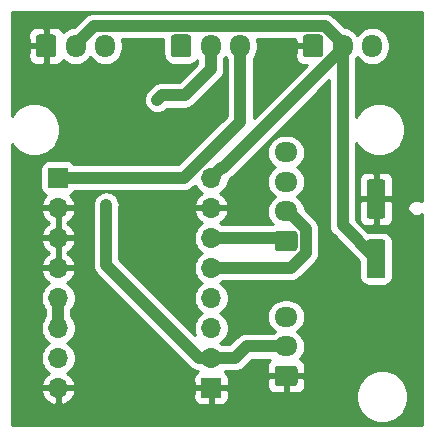
<source format=gbr>
G04 #@! TF.GenerationSoftware,KiCad,Pcbnew,(5.1.12)-1*
G04 #@! TF.CreationDate,2021-12-28T16:54:34-05:00*
G04 #@! TF.ProjectId,FlipDisplay-Motor,466c6970-4469-4737-906c-61792d4d6f74,rev?*
G04 #@! TF.SameCoordinates,Original*
G04 #@! TF.FileFunction,Copper,L1,Top*
G04 #@! TF.FilePolarity,Positive*
%FSLAX46Y46*%
G04 Gerber Fmt 4.6, Leading zero omitted, Abs format (unit mm)*
G04 Created by KiCad (PCBNEW (5.1.12)-1) date 2021-12-28 16:54:34*
%MOMM*%
%LPD*%
G01*
G04 APERTURE LIST*
G04 #@! TA.AperFunction,ComponentPad*
%ADD10O,1.700000X1.950000*%
G04 #@! TD*
G04 #@! TA.AperFunction,ComponentPad*
%ADD11O,1.700000X1.700000*%
G04 #@! TD*
G04 #@! TA.AperFunction,ComponentPad*
%ADD12R,1.700000X1.700000*%
G04 #@! TD*
G04 #@! TA.AperFunction,ComponentPad*
%ADD13O,1.950000X1.700000*%
G04 #@! TD*
G04 #@! TA.AperFunction,ViaPad*
%ADD14C,0.800000*%
G04 #@! TD*
G04 #@! TA.AperFunction,Conductor*
%ADD15C,1.000000*%
G04 #@! TD*
G04 #@! TA.AperFunction,Conductor*
%ADD16C,0.254000*%
G04 #@! TD*
G04 #@! TA.AperFunction,Conductor*
%ADD17C,0.100000*%
G04 #@! TD*
G04 APERTURE END LIST*
G04 #@! TA.AperFunction,SMDPad,CuDef*
G36*
G01*
X160570000Y-82437000D02*
X159470000Y-82437000D01*
G75*
G02*
X159220000Y-82187000I0J250000D01*
G01*
X159220000Y-79362000D01*
G75*
G02*
X159470000Y-79112000I250000J0D01*
G01*
X160570000Y-79112000D01*
G75*
G02*
X160820000Y-79362000I0J-250000D01*
G01*
X160820000Y-82187000D01*
G75*
G02*
X160570000Y-82437000I-250000J0D01*
G01*
G37*
G04 #@! TD.AperFunction*
G04 #@! TA.AperFunction,SMDPad,CuDef*
G36*
G01*
X160570000Y-87512000D02*
X159470000Y-87512000D01*
G75*
G02*
X159220000Y-87262000I0J250000D01*
G01*
X159220000Y-84437000D01*
G75*
G02*
X159470000Y-84187000I250000J0D01*
G01*
X160570000Y-84187000D01*
G75*
G02*
X160820000Y-84437000I0J-250000D01*
G01*
X160820000Y-87262000D01*
G75*
G02*
X160570000Y-87512000I-250000J0D01*
G01*
G37*
G04 #@! TD.AperFunction*
D10*
X148510000Y-67818000D03*
X146010000Y-67818000D03*
G04 #@! TA.AperFunction,ComponentPad*
G36*
G01*
X142660000Y-68543000D02*
X142660000Y-67093000D01*
G75*
G02*
X142910000Y-66843000I250000J0D01*
G01*
X144110000Y-66843000D01*
G75*
G02*
X144360000Y-67093000I0J-250000D01*
G01*
X144360000Y-68543000D01*
G75*
G02*
X144110000Y-68793000I-250000J0D01*
G01*
X142910000Y-68793000D01*
G75*
G02*
X142660000Y-68543000I0J250000D01*
G01*
G37*
G04 #@! TD.AperFunction*
X159686000Y-67818000D03*
X157186000Y-67818000D03*
G04 #@! TA.AperFunction,ComponentPad*
G36*
G01*
X153836000Y-68543000D02*
X153836000Y-67093000D01*
G75*
G02*
X154086000Y-66843000I250000J0D01*
G01*
X155286000Y-66843000D01*
G75*
G02*
X155536000Y-67093000I0J-250000D01*
G01*
X155536000Y-68543000D01*
G75*
G02*
X155286000Y-68793000I-250000J0D01*
G01*
X154086000Y-68793000D01*
G75*
G02*
X153836000Y-68543000I0J250000D01*
G01*
G37*
G04 #@! TD.AperFunction*
X137080000Y-67818000D03*
X134580000Y-67818000D03*
G04 #@! TA.AperFunction,ComponentPad*
G36*
G01*
X131230000Y-68543000D02*
X131230000Y-67093000D01*
G75*
G02*
X131480000Y-66843000I250000J0D01*
G01*
X132680000Y-66843000D01*
G75*
G02*
X132930000Y-67093000I0J-250000D01*
G01*
X132930000Y-68543000D01*
G75*
G02*
X132680000Y-68793000I-250000J0D01*
G01*
X131480000Y-68793000D01*
G75*
G02*
X131230000Y-68543000I0J250000D01*
G01*
G37*
G04 #@! TD.AperFunction*
D11*
X146050000Y-78994000D03*
X146050000Y-81534000D03*
X146050000Y-84074000D03*
X146050000Y-86614000D03*
X146050000Y-89154000D03*
X146050000Y-91694000D03*
X146050000Y-94234000D03*
D12*
X146050000Y-96774000D03*
D13*
X152400000Y-76828000D03*
X152400000Y-79328000D03*
X152400000Y-81828000D03*
G04 #@! TA.AperFunction,ComponentPad*
G36*
G01*
X153125000Y-85178000D02*
X151675000Y-85178000D01*
G75*
G02*
X151425000Y-84928000I0J250000D01*
G01*
X151425000Y-83728000D01*
G75*
G02*
X151675000Y-83478000I250000J0D01*
G01*
X153125000Y-83478000D01*
G75*
G02*
X153375000Y-83728000I0J-250000D01*
G01*
X153375000Y-84928000D01*
G75*
G02*
X153125000Y-85178000I-250000J0D01*
G01*
G37*
G04 #@! TD.AperFunction*
D11*
X133096000Y-96774000D03*
X133096000Y-94234000D03*
X133096000Y-91694000D03*
X133096000Y-89154000D03*
X133096000Y-86614000D03*
X133096000Y-84074000D03*
X133096000Y-81534000D03*
D12*
X133096000Y-78994000D03*
D13*
X152400000Y-90758000D03*
X152400000Y-93258000D03*
G04 #@! TA.AperFunction,ComponentPad*
G36*
G01*
X153125000Y-96608000D02*
X151675000Y-96608000D01*
G75*
G02*
X151425000Y-96358000I0J250000D01*
G01*
X151425000Y-95158000D01*
G75*
G02*
X151675000Y-94908000I250000J0D01*
G01*
X153125000Y-94908000D01*
G75*
G02*
X153375000Y-95158000I0J-250000D01*
G01*
X153375000Y-96358000D01*
G75*
G02*
X153125000Y-96608000I-250000J0D01*
G01*
G37*
G04 #@! TD.AperFunction*
D14*
X141478000Y-72390000D03*
X137160000Y-81280000D03*
D15*
X143837999Y-71990001D02*
X146010000Y-69818000D01*
X141877999Y-71990001D02*
X143837999Y-71990001D01*
X146010000Y-69818000D02*
X146010000Y-67818000D01*
X141478000Y-72390000D02*
X141877999Y-71990001D01*
X146050000Y-94234000D02*
X148082000Y-94234000D01*
X149058000Y-93258000D02*
X152400000Y-93258000D01*
X148082000Y-94234000D02*
X149058000Y-93258000D01*
X145034000Y-94234000D02*
X146050000Y-94234000D01*
X137160000Y-86360000D02*
X145034000Y-94234000D01*
X137160000Y-81280000D02*
X137160000Y-81280000D01*
X137160000Y-81280000D02*
X137160000Y-86360000D01*
X133350000Y-81534000D02*
X133096000Y-81534000D01*
X133096000Y-89154000D02*
X133096000Y-91694000D01*
X154075010Y-83334490D02*
X152568520Y-81828000D01*
X152568520Y-81828000D02*
X152400000Y-81828000D01*
X154075010Y-85321510D02*
X154075010Y-83334490D01*
X152782520Y-86614000D02*
X154075010Y-85321510D01*
X146050000Y-86614000D02*
X152782520Y-86614000D01*
X152146000Y-84074000D02*
X152400000Y-84328000D01*
X146050000Y-84074000D02*
X152146000Y-84074000D01*
X155679510Y-66142990D02*
X157186000Y-67649480D01*
X136130010Y-66142990D02*
X155679510Y-66142990D01*
X134580000Y-67693000D02*
X136130010Y-66142990D01*
X157186000Y-67649480D02*
X157186000Y-67818000D01*
X134580000Y-67818000D02*
X134580000Y-67693000D01*
X157186000Y-67986520D02*
X157186000Y-67818000D01*
X147028519Y-78144001D02*
X157186000Y-67986520D01*
X146899999Y-78144001D02*
X147028519Y-78144001D01*
X146050000Y-78994000D02*
X146899999Y-78144001D01*
X157186000Y-83015500D02*
X157186000Y-67818000D01*
X160020000Y-85849500D02*
X157186000Y-83015500D01*
X148510000Y-69793000D02*
X148510000Y-67818000D01*
X143755998Y-78994000D02*
X148510000Y-74239998D01*
X148510000Y-74239998D02*
X148510000Y-69793000D01*
X133096000Y-78994000D02*
X143755998Y-78994000D01*
D16*
X163932000Y-80975921D02*
X163829793Y-80921290D01*
X163705383Y-80883550D01*
X163608419Y-80874000D01*
X163289581Y-80874000D01*
X163192617Y-80883550D01*
X163068207Y-80921290D01*
X162953550Y-80982575D01*
X162853052Y-81065052D01*
X162770575Y-81165550D01*
X162709290Y-81280207D01*
X162671550Y-81404617D01*
X162658807Y-81534000D01*
X162671550Y-81663383D01*
X162709290Y-81787793D01*
X162770575Y-81902450D01*
X162853052Y-82002948D01*
X162953550Y-82085425D01*
X163068207Y-82146710D01*
X163192617Y-82184450D01*
X163289581Y-82194000D01*
X163608419Y-82194000D01*
X163705383Y-82184450D01*
X163829793Y-82146710D01*
X163932000Y-82092079D01*
X163932001Y-99924000D01*
X129184000Y-99924000D01*
X129184000Y-97130890D01*
X131654524Y-97130890D01*
X131699175Y-97278099D01*
X131824359Y-97540920D01*
X131998412Y-97774269D01*
X132214645Y-97969178D01*
X132464748Y-98118157D01*
X132739109Y-98215481D01*
X132969000Y-98094814D01*
X132969000Y-96901000D01*
X133223000Y-96901000D01*
X133223000Y-98094814D01*
X133452891Y-98215481D01*
X133727252Y-98118157D01*
X133977355Y-97969178D01*
X134193588Y-97774269D01*
X134305672Y-97624000D01*
X144561928Y-97624000D01*
X144574188Y-97748482D01*
X144610498Y-97868180D01*
X144669463Y-97978494D01*
X144748815Y-98075185D01*
X144845506Y-98154537D01*
X144955820Y-98213502D01*
X145075518Y-98249812D01*
X145200000Y-98262072D01*
X145764250Y-98259000D01*
X145923000Y-98100250D01*
X145923000Y-96901000D01*
X146177000Y-96901000D01*
X146177000Y-98100250D01*
X146335750Y-98259000D01*
X146900000Y-98262072D01*
X147024482Y-98249812D01*
X147144180Y-98213502D01*
X147254494Y-98154537D01*
X147351185Y-98075185D01*
X147430537Y-97978494D01*
X147489502Y-97868180D01*
X147525812Y-97748482D01*
X147538072Y-97624000D01*
X147536395Y-97315872D01*
X158293000Y-97315872D01*
X158293000Y-97756128D01*
X158378890Y-98187925D01*
X158547369Y-98594669D01*
X158791962Y-98960729D01*
X159103271Y-99272038D01*
X159469331Y-99516631D01*
X159876075Y-99685110D01*
X160307872Y-99771000D01*
X160748128Y-99771000D01*
X161179925Y-99685110D01*
X161586669Y-99516631D01*
X161952729Y-99272038D01*
X162264038Y-98960729D01*
X162508631Y-98594669D01*
X162677110Y-98187925D01*
X162763000Y-97756128D01*
X162763000Y-97315872D01*
X162677110Y-96884075D01*
X162508631Y-96477331D01*
X162264038Y-96111271D01*
X161952729Y-95799962D01*
X161586669Y-95555369D01*
X161179925Y-95386890D01*
X160748128Y-95301000D01*
X160307872Y-95301000D01*
X159876075Y-95386890D01*
X159469331Y-95555369D01*
X159103271Y-95799962D01*
X158791962Y-96111271D01*
X158547369Y-96477331D01*
X158378890Y-96884075D01*
X158293000Y-97315872D01*
X147536395Y-97315872D01*
X147535000Y-97059750D01*
X147376250Y-96901000D01*
X146177000Y-96901000D01*
X145923000Y-96901000D01*
X144723750Y-96901000D01*
X144565000Y-97059750D01*
X144561928Y-97624000D01*
X134305672Y-97624000D01*
X134367641Y-97540920D01*
X134492825Y-97278099D01*
X134537476Y-97130890D01*
X134416155Y-96901000D01*
X133223000Y-96901000D01*
X132969000Y-96901000D01*
X131775845Y-96901000D01*
X131654524Y-97130890D01*
X129184000Y-97130890D01*
X129184000Y-89007740D01*
X131611000Y-89007740D01*
X131611000Y-89300260D01*
X131668068Y-89587158D01*
X131780010Y-89857411D01*
X131942525Y-90100632D01*
X131961000Y-90119107D01*
X131961001Y-90728892D01*
X131942525Y-90747368D01*
X131780010Y-90990589D01*
X131668068Y-91260842D01*
X131611000Y-91547740D01*
X131611000Y-91840260D01*
X131668068Y-92127158D01*
X131780010Y-92397411D01*
X131942525Y-92640632D01*
X132149368Y-92847475D01*
X132323760Y-92964000D01*
X132149368Y-93080525D01*
X131942525Y-93287368D01*
X131780010Y-93530589D01*
X131668068Y-93800842D01*
X131611000Y-94087740D01*
X131611000Y-94380260D01*
X131668068Y-94667158D01*
X131780010Y-94937411D01*
X131942525Y-95180632D01*
X132149368Y-95387475D01*
X132331534Y-95509195D01*
X132214645Y-95578822D01*
X131998412Y-95773731D01*
X131824359Y-96007080D01*
X131699175Y-96269901D01*
X131654524Y-96417110D01*
X131775845Y-96647000D01*
X132969000Y-96647000D01*
X132969000Y-96627000D01*
X133223000Y-96627000D01*
X133223000Y-96647000D01*
X134416155Y-96647000D01*
X134537476Y-96417110D01*
X134492825Y-96269901D01*
X134367641Y-96007080D01*
X134193588Y-95773731D01*
X133977355Y-95578822D01*
X133860466Y-95509195D01*
X134042632Y-95387475D01*
X134249475Y-95180632D01*
X134411990Y-94937411D01*
X134523932Y-94667158D01*
X134581000Y-94380260D01*
X134581000Y-94087740D01*
X134523932Y-93800842D01*
X134411990Y-93530589D01*
X134249475Y-93287368D01*
X134042632Y-93080525D01*
X133868240Y-92964000D01*
X134042632Y-92847475D01*
X134249475Y-92640632D01*
X134411990Y-92397411D01*
X134523932Y-92127158D01*
X134581000Y-91840260D01*
X134581000Y-91547740D01*
X134523932Y-91260842D01*
X134411990Y-90990589D01*
X134249475Y-90747368D01*
X134231000Y-90728893D01*
X134231000Y-90119107D01*
X134249475Y-90100632D01*
X134411990Y-89857411D01*
X134523932Y-89587158D01*
X134581000Y-89300260D01*
X134581000Y-89007740D01*
X134523932Y-88720842D01*
X134411990Y-88450589D01*
X134249475Y-88207368D01*
X134042632Y-88000525D01*
X133860466Y-87878805D01*
X133977355Y-87809178D01*
X134193588Y-87614269D01*
X134367641Y-87380920D01*
X134492825Y-87118099D01*
X134537476Y-86970890D01*
X134416155Y-86741000D01*
X133223000Y-86741000D01*
X133223000Y-86761000D01*
X132969000Y-86761000D01*
X132969000Y-86741000D01*
X131775845Y-86741000D01*
X131654524Y-86970890D01*
X131699175Y-87118099D01*
X131824359Y-87380920D01*
X131998412Y-87614269D01*
X132214645Y-87809178D01*
X132331534Y-87878805D01*
X132149368Y-88000525D01*
X131942525Y-88207368D01*
X131780010Y-88450589D01*
X131668068Y-88720842D01*
X131611000Y-89007740D01*
X129184000Y-89007740D01*
X129184000Y-84430890D01*
X131654524Y-84430890D01*
X131699175Y-84578099D01*
X131824359Y-84840920D01*
X131998412Y-85074269D01*
X132214645Y-85269178D01*
X132340255Y-85344000D01*
X132214645Y-85418822D01*
X131998412Y-85613731D01*
X131824359Y-85847080D01*
X131699175Y-86109901D01*
X131654524Y-86257110D01*
X131775845Y-86487000D01*
X132969000Y-86487000D01*
X132969000Y-84201000D01*
X133223000Y-84201000D01*
X133223000Y-86487000D01*
X134416155Y-86487000D01*
X134537476Y-86257110D01*
X134492825Y-86109901D01*
X134367641Y-85847080D01*
X134193588Y-85613731D01*
X133977355Y-85418822D01*
X133851745Y-85344000D01*
X133977355Y-85269178D01*
X134193588Y-85074269D01*
X134367641Y-84840920D01*
X134492825Y-84578099D01*
X134537476Y-84430890D01*
X134416155Y-84201000D01*
X133223000Y-84201000D01*
X132969000Y-84201000D01*
X131775845Y-84201000D01*
X131654524Y-84430890D01*
X129184000Y-84430890D01*
X129184000Y-81890890D01*
X131654524Y-81890890D01*
X131699175Y-82038099D01*
X131824359Y-82300920D01*
X131998412Y-82534269D01*
X132214645Y-82729178D01*
X132340255Y-82804000D01*
X132214645Y-82878822D01*
X131998412Y-83073731D01*
X131824359Y-83307080D01*
X131699175Y-83569901D01*
X131654524Y-83717110D01*
X131775845Y-83947000D01*
X132969000Y-83947000D01*
X132969000Y-81661000D01*
X133223000Y-81661000D01*
X133223000Y-83947000D01*
X134416155Y-83947000D01*
X134537476Y-83717110D01*
X134492825Y-83569901D01*
X134367641Y-83307080D01*
X134193588Y-83073731D01*
X133977355Y-82878822D01*
X133851745Y-82804000D01*
X133977355Y-82729178D01*
X134193588Y-82534269D01*
X134367641Y-82300920D01*
X134492825Y-82038099D01*
X134537476Y-81890890D01*
X134416155Y-81661000D01*
X133223000Y-81661000D01*
X132969000Y-81661000D01*
X131775845Y-81661000D01*
X131654524Y-81890890D01*
X129184000Y-81890890D01*
X129184000Y-78144000D01*
X131607928Y-78144000D01*
X131607928Y-79844000D01*
X131620188Y-79968482D01*
X131656498Y-80088180D01*
X131715463Y-80198494D01*
X131794815Y-80295185D01*
X131891506Y-80374537D01*
X132001820Y-80433502D01*
X132082466Y-80457966D01*
X131998412Y-80533731D01*
X131824359Y-80767080D01*
X131699175Y-81029901D01*
X131654524Y-81177110D01*
X131775845Y-81407000D01*
X132969000Y-81407000D01*
X132969000Y-81387000D01*
X133223000Y-81387000D01*
X133223000Y-81407000D01*
X134416155Y-81407000D01*
X134483177Y-81280000D01*
X136019509Y-81280000D01*
X136025000Y-81335752D01*
X136025001Y-86304239D01*
X136019509Y-86360000D01*
X136041423Y-86582498D01*
X136106324Y-86796446D01*
X136127733Y-86836499D01*
X136211717Y-86993623D01*
X136353552Y-87166449D01*
X136396860Y-87201991D01*
X144192013Y-94997146D01*
X144227551Y-95040449D01*
X144270854Y-95075987D01*
X144270856Y-95075989D01*
X144400377Y-95182284D01*
X144597553Y-95287676D01*
X144811501Y-95352577D01*
X144904805Y-95361767D01*
X144845506Y-95393463D01*
X144748815Y-95472815D01*
X144669463Y-95569506D01*
X144610498Y-95679820D01*
X144574188Y-95799518D01*
X144561928Y-95924000D01*
X144565000Y-96488250D01*
X144723750Y-96647000D01*
X145923000Y-96647000D01*
X145923000Y-96627000D01*
X146177000Y-96627000D01*
X146177000Y-96647000D01*
X147376250Y-96647000D01*
X147415250Y-96608000D01*
X150786928Y-96608000D01*
X150799188Y-96732482D01*
X150835498Y-96852180D01*
X150894463Y-96962494D01*
X150973815Y-97059185D01*
X151070506Y-97138537D01*
X151180820Y-97197502D01*
X151300518Y-97233812D01*
X151425000Y-97246072D01*
X152114250Y-97243000D01*
X152273000Y-97084250D01*
X152273000Y-95885000D01*
X152527000Y-95885000D01*
X152527000Y-97084250D01*
X152685750Y-97243000D01*
X153375000Y-97246072D01*
X153499482Y-97233812D01*
X153619180Y-97197502D01*
X153729494Y-97138537D01*
X153826185Y-97059185D01*
X153905537Y-96962494D01*
X153964502Y-96852180D01*
X154000812Y-96732482D01*
X154013072Y-96608000D01*
X154010000Y-96043750D01*
X153851250Y-95885000D01*
X152527000Y-95885000D01*
X152273000Y-95885000D01*
X150948750Y-95885000D01*
X150790000Y-96043750D01*
X150786928Y-96608000D01*
X147415250Y-96608000D01*
X147535000Y-96488250D01*
X147538072Y-95924000D01*
X147525812Y-95799518D01*
X147489502Y-95679820D01*
X147430537Y-95569506D01*
X147351185Y-95472815D01*
X147254494Y-95393463D01*
X147208728Y-95369000D01*
X148026249Y-95369000D01*
X148082000Y-95374491D01*
X148137751Y-95369000D01*
X148137752Y-95369000D01*
X148304499Y-95352577D01*
X148518447Y-95287676D01*
X148715623Y-95182284D01*
X148888449Y-95040449D01*
X148923996Y-94997136D01*
X149528132Y-94393000D01*
X151051574Y-94393000D01*
X150973815Y-94456815D01*
X150894463Y-94553506D01*
X150835498Y-94663820D01*
X150799188Y-94783518D01*
X150786928Y-94908000D01*
X150790000Y-95472250D01*
X150948750Y-95631000D01*
X152273000Y-95631000D01*
X152273000Y-95611000D01*
X152527000Y-95611000D01*
X152527000Y-95631000D01*
X153851250Y-95631000D01*
X154010000Y-95472250D01*
X154013072Y-94908000D01*
X154000812Y-94783518D01*
X153964502Y-94663820D01*
X153905537Y-94553506D01*
X153826185Y-94456815D01*
X153729494Y-94377463D01*
X153619180Y-94318498D01*
X153584392Y-94307945D01*
X153765706Y-94087014D01*
X153903599Y-93829034D01*
X153988513Y-93549111D01*
X154017185Y-93258000D01*
X153988513Y-92966889D01*
X153903599Y-92686966D01*
X153765706Y-92428986D01*
X153580134Y-92202866D01*
X153354014Y-92017294D01*
X153336626Y-92008000D01*
X153354014Y-91998706D01*
X153580134Y-91813134D01*
X153765706Y-91587014D01*
X153903599Y-91329034D01*
X153988513Y-91049111D01*
X154017185Y-90758000D01*
X153988513Y-90466889D01*
X153903599Y-90186966D01*
X153765706Y-89928986D01*
X153580134Y-89702866D01*
X153354014Y-89517294D01*
X153096034Y-89379401D01*
X152816111Y-89294487D01*
X152597950Y-89273000D01*
X152202050Y-89273000D01*
X151983889Y-89294487D01*
X151703966Y-89379401D01*
X151445986Y-89517294D01*
X151219866Y-89702866D01*
X151034294Y-89928986D01*
X150896401Y-90186966D01*
X150811487Y-90466889D01*
X150782815Y-90758000D01*
X150811487Y-91049111D01*
X150896401Y-91329034D01*
X151034294Y-91587014D01*
X151219866Y-91813134D01*
X151445986Y-91998706D01*
X151463374Y-92008000D01*
X151445986Y-92017294D01*
X151317183Y-92123000D01*
X149113741Y-92123000D01*
X149057999Y-92117510D01*
X149002257Y-92123000D01*
X149002248Y-92123000D01*
X148835501Y-92139423D01*
X148621553Y-92204324D01*
X148424377Y-92309716D01*
X148251551Y-92451551D01*
X148216008Y-92494860D01*
X147611869Y-93099000D01*
X147015107Y-93099000D01*
X146996632Y-93080525D01*
X146822240Y-92964000D01*
X146996632Y-92847475D01*
X147203475Y-92640632D01*
X147365990Y-92397411D01*
X147477932Y-92127158D01*
X147535000Y-91840260D01*
X147535000Y-91547740D01*
X147477932Y-91260842D01*
X147365990Y-90990589D01*
X147203475Y-90747368D01*
X146996632Y-90540525D01*
X146822240Y-90424000D01*
X146996632Y-90307475D01*
X147203475Y-90100632D01*
X147365990Y-89857411D01*
X147477932Y-89587158D01*
X147535000Y-89300260D01*
X147535000Y-89007740D01*
X147477932Y-88720842D01*
X147365990Y-88450589D01*
X147203475Y-88207368D01*
X146996632Y-88000525D01*
X146822240Y-87884000D01*
X146996632Y-87767475D01*
X147015107Y-87749000D01*
X152726769Y-87749000D01*
X152782520Y-87754491D01*
X152838271Y-87749000D01*
X152838272Y-87749000D01*
X153005019Y-87732577D01*
X153218967Y-87667676D01*
X153416143Y-87562284D01*
X153588969Y-87420449D01*
X153624516Y-87377135D01*
X154838150Y-86163502D01*
X154881459Y-86127959D01*
X155023294Y-85955133D01*
X155128686Y-85757957D01*
X155193587Y-85544009D01*
X155210010Y-85377262D01*
X155210010Y-85377261D01*
X155215501Y-85321510D01*
X155210010Y-85265758D01*
X155210010Y-83390242D01*
X155215501Y-83334490D01*
X155193587Y-83111991D01*
X155128686Y-82898043D01*
X155023294Y-82700867D01*
X154916999Y-82571346D01*
X154916997Y-82571344D01*
X154881459Y-82528041D01*
X154838156Y-82492503D01*
X154000091Y-81654439D01*
X153988513Y-81536889D01*
X153903599Y-81256966D01*
X153765706Y-80998986D01*
X153580134Y-80772866D01*
X153354014Y-80587294D01*
X153336626Y-80578000D01*
X153354014Y-80568706D01*
X153580134Y-80383134D01*
X153765706Y-80157014D01*
X153903599Y-79899034D01*
X153988513Y-79619111D01*
X154017185Y-79328000D01*
X153988513Y-79036889D01*
X153903599Y-78756966D01*
X153765706Y-78498986D01*
X153580134Y-78272866D01*
X153354014Y-78087294D01*
X153336626Y-78078000D01*
X153354014Y-78068706D01*
X153580134Y-77883134D01*
X153765706Y-77657014D01*
X153903599Y-77399034D01*
X153988513Y-77119111D01*
X154017185Y-76828000D01*
X153988513Y-76536889D01*
X153903599Y-76256966D01*
X153765706Y-75998986D01*
X153580134Y-75772866D01*
X153354014Y-75587294D01*
X153096034Y-75449401D01*
X152816111Y-75364487D01*
X152597950Y-75343000D01*
X152202050Y-75343000D01*
X151983889Y-75364487D01*
X151703966Y-75449401D01*
X151445986Y-75587294D01*
X151219866Y-75772866D01*
X151034294Y-75998986D01*
X150896401Y-76256966D01*
X150811487Y-76536889D01*
X150782815Y-76828000D01*
X150811487Y-77119111D01*
X150896401Y-77399034D01*
X151034294Y-77657014D01*
X151219866Y-77883134D01*
X151445986Y-78068706D01*
X151463374Y-78078000D01*
X151445986Y-78087294D01*
X151219866Y-78272866D01*
X151034294Y-78498986D01*
X150896401Y-78756966D01*
X150811487Y-79036889D01*
X150782815Y-79328000D01*
X150811487Y-79619111D01*
X150896401Y-79899034D01*
X151034294Y-80157014D01*
X151219866Y-80383134D01*
X151445986Y-80568706D01*
X151463374Y-80578000D01*
X151445986Y-80587294D01*
X151219866Y-80772866D01*
X151034294Y-80998986D01*
X150896401Y-81256966D01*
X150811487Y-81536889D01*
X150782815Y-81828000D01*
X150811487Y-82119111D01*
X150896401Y-82399034D01*
X151034294Y-82657014D01*
X151219866Y-82883134D01*
X151283337Y-82935223D01*
X151276270Y-82939000D01*
X147015107Y-82939000D01*
X146996632Y-82920525D01*
X146814466Y-82798805D01*
X146931355Y-82729178D01*
X147147588Y-82534269D01*
X147321641Y-82300920D01*
X147446825Y-82038099D01*
X147491476Y-81890890D01*
X147370155Y-81661000D01*
X146177000Y-81661000D01*
X146177000Y-81681000D01*
X145923000Y-81681000D01*
X145923000Y-81661000D01*
X144729845Y-81661000D01*
X144608524Y-81890890D01*
X144653175Y-82038099D01*
X144778359Y-82300920D01*
X144952412Y-82534269D01*
X145168645Y-82729178D01*
X145285534Y-82798805D01*
X145103368Y-82920525D01*
X144896525Y-83127368D01*
X144734010Y-83370589D01*
X144622068Y-83640842D01*
X144565000Y-83927740D01*
X144565000Y-84220260D01*
X144622068Y-84507158D01*
X144734010Y-84777411D01*
X144896525Y-85020632D01*
X145103368Y-85227475D01*
X145277760Y-85344000D01*
X145103368Y-85460525D01*
X144896525Y-85667368D01*
X144734010Y-85910589D01*
X144622068Y-86180842D01*
X144565000Y-86467740D01*
X144565000Y-86760260D01*
X144622068Y-87047158D01*
X144734010Y-87317411D01*
X144896525Y-87560632D01*
X145103368Y-87767475D01*
X145277760Y-87884000D01*
X145103368Y-88000525D01*
X144896525Y-88207368D01*
X144734010Y-88450589D01*
X144622068Y-88720842D01*
X144565000Y-89007740D01*
X144565000Y-89300260D01*
X144622068Y-89587158D01*
X144734010Y-89857411D01*
X144896525Y-90100632D01*
X145103368Y-90307475D01*
X145277760Y-90424000D01*
X145103368Y-90540525D01*
X144896525Y-90747368D01*
X144734010Y-90990589D01*
X144622068Y-91260842D01*
X144565000Y-91547740D01*
X144565000Y-91840260D01*
X144622068Y-92127158D01*
X144685550Y-92280417D01*
X138295000Y-85889869D01*
X138295000Y-81335752D01*
X138300491Y-81280000D01*
X138278577Y-81057501D01*
X138213676Y-80843553D01*
X138108284Y-80646377D01*
X137966449Y-80473551D01*
X137793623Y-80331716D01*
X137596447Y-80226324D01*
X137382499Y-80161423D01*
X137215752Y-80145000D01*
X137215751Y-80145000D01*
X137160000Y-80139509D01*
X137104248Y-80145000D01*
X136937501Y-80161423D01*
X136723553Y-80226324D01*
X136526377Y-80331716D01*
X136353551Y-80473551D01*
X136211716Y-80646377D01*
X136106324Y-80843553D01*
X136041423Y-81057501D01*
X136019509Y-81280000D01*
X134483177Y-81280000D01*
X134537476Y-81177110D01*
X134492825Y-81029901D01*
X134367641Y-80767080D01*
X134193588Y-80533731D01*
X134109534Y-80457966D01*
X134190180Y-80433502D01*
X134300494Y-80374537D01*
X134397185Y-80295185D01*
X134476537Y-80198494D01*
X134513683Y-80129000D01*
X143700247Y-80129000D01*
X143755998Y-80134491D01*
X143811749Y-80129000D01*
X143811750Y-80129000D01*
X143978497Y-80112577D01*
X144192445Y-80047676D01*
X144389621Y-79942284D01*
X144562447Y-79800449D01*
X144597994Y-79757135D01*
X144711665Y-79643464D01*
X144734010Y-79697411D01*
X144896525Y-79940632D01*
X145103368Y-80147475D01*
X145285534Y-80269195D01*
X145168645Y-80338822D01*
X144952412Y-80533731D01*
X144778359Y-80767080D01*
X144653175Y-81029901D01*
X144608524Y-81177110D01*
X144729845Y-81407000D01*
X145923000Y-81407000D01*
X145923000Y-81387000D01*
X146177000Y-81387000D01*
X146177000Y-81407000D01*
X147370155Y-81407000D01*
X147491476Y-81177110D01*
X147446825Y-81029901D01*
X147321641Y-80767080D01*
X147147588Y-80533731D01*
X146931355Y-80338822D01*
X146814466Y-80269195D01*
X146996632Y-80147475D01*
X147203475Y-79940632D01*
X147365990Y-79697411D01*
X147477932Y-79427158D01*
X147530552Y-79162621D01*
X147662142Y-79092285D01*
X147834968Y-78950450D01*
X147870515Y-78907136D01*
X156051001Y-70726651D01*
X156051000Y-82959749D01*
X156045509Y-83015500D01*
X156056364Y-83125716D01*
X156067423Y-83237998D01*
X156132324Y-83451946D01*
X156237716Y-83649123D01*
X156379551Y-83821949D01*
X156422865Y-83857496D01*
X158581928Y-86016560D01*
X158581928Y-87262000D01*
X158598992Y-87435254D01*
X158649528Y-87601850D01*
X158731595Y-87755386D01*
X158842038Y-87889962D01*
X158976614Y-88000405D01*
X159130150Y-88082472D01*
X159296746Y-88133008D01*
X159470000Y-88150072D01*
X160570000Y-88150072D01*
X160743254Y-88133008D01*
X160909850Y-88082472D01*
X161063386Y-88000405D01*
X161197962Y-87889962D01*
X161308405Y-87755386D01*
X161390472Y-87601850D01*
X161441008Y-87435254D01*
X161458072Y-87262000D01*
X161458072Y-84437000D01*
X161441008Y-84263746D01*
X161390472Y-84097150D01*
X161308405Y-83943614D01*
X161197962Y-83809038D01*
X161063386Y-83698595D01*
X160909850Y-83616528D01*
X160743254Y-83565992D01*
X160570000Y-83548928D01*
X159470000Y-83548928D01*
X159337600Y-83561968D01*
X158321000Y-82545369D01*
X158321000Y-82437000D01*
X158581928Y-82437000D01*
X158594188Y-82561482D01*
X158630498Y-82681180D01*
X158689463Y-82791494D01*
X158768815Y-82888185D01*
X158865506Y-82967537D01*
X158975820Y-83026502D01*
X159095518Y-83062812D01*
X159220000Y-83075072D01*
X159734250Y-83072000D01*
X159893000Y-82913250D01*
X159893000Y-80901500D01*
X160147000Y-80901500D01*
X160147000Y-82913250D01*
X160305750Y-83072000D01*
X160820000Y-83075072D01*
X160944482Y-83062812D01*
X161064180Y-83026502D01*
X161174494Y-82967537D01*
X161271185Y-82888185D01*
X161350537Y-82791494D01*
X161409502Y-82681180D01*
X161445812Y-82561482D01*
X161458072Y-82437000D01*
X161455000Y-81060250D01*
X161296250Y-80901500D01*
X160147000Y-80901500D01*
X159893000Y-80901500D01*
X158743750Y-80901500D01*
X158585000Y-81060250D01*
X158581928Y-82437000D01*
X158321000Y-82437000D01*
X158321000Y-79112000D01*
X158581928Y-79112000D01*
X158585000Y-80488750D01*
X158743750Y-80647500D01*
X159893000Y-80647500D01*
X159893000Y-78635750D01*
X160147000Y-78635750D01*
X160147000Y-80647500D01*
X161296250Y-80647500D01*
X161455000Y-80488750D01*
X161458072Y-79112000D01*
X161445812Y-78987518D01*
X161409502Y-78867820D01*
X161350537Y-78757506D01*
X161271185Y-78660815D01*
X161174494Y-78581463D01*
X161064180Y-78522498D01*
X160944482Y-78486188D01*
X160820000Y-78473928D01*
X160305750Y-78477000D01*
X160147000Y-78635750D01*
X159893000Y-78635750D01*
X159734250Y-78477000D01*
X159220000Y-78473928D01*
X159095518Y-78486188D01*
X158975820Y-78522498D01*
X158865506Y-78581463D01*
X158768815Y-78660815D01*
X158689463Y-78757506D01*
X158630498Y-78867820D01*
X158594188Y-78987518D01*
X158581928Y-79112000D01*
X158321000Y-79112000D01*
X158321000Y-76030022D01*
X158537962Y-76354729D01*
X158849271Y-76666038D01*
X159215331Y-76910631D01*
X159622075Y-77079110D01*
X160053872Y-77165000D01*
X160494128Y-77165000D01*
X160925925Y-77079110D01*
X161332669Y-76910631D01*
X161698729Y-76666038D01*
X162010038Y-76354729D01*
X162254631Y-75988669D01*
X162423110Y-75581925D01*
X162509000Y-75150128D01*
X162509000Y-74709872D01*
X162423110Y-74278075D01*
X162254631Y-73871331D01*
X162010038Y-73505271D01*
X161698729Y-73193962D01*
X161332669Y-72949369D01*
X160925925Y-72780890D01*
X160494128Y-72695000D01*
X160053872Y-72695000D01*
X159622075Y-72780890D01*
X159215331Y-72949369D01*
X158849271Y-73193962D01*
X158537962Y-73505271D01*
X158321000Y-73829978D01*
X158321000Y-68900817D01*
X158426706Y-68772014D01*
X158436000Y-68754626D01*
X158445294Y-68772014D01*
X158630866Y-68998134D01*
X158856987Y-69183706D01*
X159114967Y-69321599D01*
X159394890Y-69406513D01*
X159686000Y-69435185D01*
X159977111Y-69406513D01*
X160257034Y-69321599D01*
X160515014Y-69183706D01*
X160741134Y-68998134D01*
X160926706Y-68772014D01*
X161064599Y-68514033D01*
X161149513Y-68234110D01*
X161171000Y-68015949D01*
X161171000Y-67620050D01*
X161149513Y-67401889D01*
X161064599Y-67121966D01*
X160926706Y-66863986D01*
X160741134Y-66637866D01*
X160515013Y-66452294D01*
X160257033Y-66314401D01*
X159977110Y-66229487D01*
X159686000Y-66200815D01*
X159394889Y-66229487D01*
X159114966Y-66314401D01*
X158856986Y-66452294D01*
X158630866Y-66637866D01*
X158445294Y-66863987D01*
X158436000Y-66881374D01*
X158426706Y-66863986D01*
X158241134Y-66637866D01*
X158015013Y-66452294D01*
X157757033Y-66314401D01*
X157477110Y-66229487D01*
X157359562Y-66217909D01*
X156521505Y-65379854D01*
X156485959Y-65336541D01*
X156313133Y-65194706D01*
X156115957Y-65089314D01*
X155902009Y-65024413D01*
X155735262Y-65007990D01*
X155735261Y-65007990D01*
X155679510Y-65002499D01*
X155623759Y-65007990D01*
X136185753Y-65007990D01*
X136130009Y-65002500D01*
X136074265Y-65007990D01*
X136074258Y-65007990D01*
X135928503Y-65022346D01*
X135907510Y-65024413D01*
X135857715Y-65039519D01*
X135693563Y-65089314D01*
X135496387Y-65194706D01*
X135323561Y-65336541D01*
X135288019Y-65379850D01*
X134454714Y-66213155D01*
X134288889Y-66229487D01*
X134008966Y-66314401D01*
X133750986Y-66452294D01*
X133530055Y-66633608D01*
X133519502Y-66598820D01*
X133460537Y-66488506D01*
X133381185Y-66391815D01*
X133284494Y-66312463D01*
X133174180Y-66253498D01*
X133054482Y-66217188D01*
X132930000Y-66204928D01*
X132365750Y-66208000D01*
X132207000Y-66366750D01*
X132207000Y-67691000D01*
X132227000Y-67691000D01*
X132227000Y-67945000D01*
X132207000Y-67945000D01*
X132207000Y-69269250D01*
X132365750Y-69428000D01*
X132930000Y-69431072D01*
X133054482Y-69418812D01*
X133174180Y-69382502D01*
X133284494Y-69323537D01*
X133381185Y-69244185D01*
X133460537Y-69147494D01*
X133519502Y-69037180D01*
X133530055Y-69002392D01*
X133750987Y-69183706D01*
X134008967Y-69321599D01*
X134288890Y-69406513D01*
X134580000Y-69435185D01*
X134871111Y-69406513D01*
X135151034Y-69321599D01*
X135409014Y-69183706D01*
X135635134Y-68998134D01*
X135820706Y-68772014D01*
X135830000Y-68754626D01*
X135839294Y-68772014D01*
X136024866Y-68998134D01*
X136250987Y-69183706D01*
X136508967Y-69321599D01*
X136788890Y-69406513D01*
X137080000Y-69435185D01*
X137371111Y-69406513D01*
X137651034Y-69321599D01*
X137909014Y-69183706D01*
X138135134Y-68998134D01*
X138320706Y-68772014D01*
X138458599Y-68514033D01*
X138543513Y-68234110D01*
X138565000Y-68015949D01*
X138565000Y-67620050D01*
X138543513Y-67401889D01*
X138505929Y-67277990D01*
X142021928Y-67277990D01*
X142021928Y-68543000D01*
X142038992Y-68716254D01*
X142089528Y-68882850D01*
X142171595Y-69036386D01*
X142282038Y-69170962D01*
X142416614Y-69281405D01*
X142570150Y-69363472D01*
X142736746Y-69414008D01*
X142910000Y-69431072D01*
X144110000Y-69431072D01*
X144283254Y-69414008D01*
X144449850Y-69363472D01*
X144603386Y-69281405D01*
X144737962Y-69170962D01*
X144848405Y-69036386D01*
X144875000Y-68986630D01*
X144875000Y-69347868D01*
X143367868Y-70855001D01*
X141933750Y-70855001D01*
X141877998Y-70849510D01*
X141822247Y-70855001D01*
X141655500Y-70871424D01*
X141441552Y-70936325D01*
X141244376Y-71041717D01*
X141071550Y-71183552D01*
X141036003Y-71226866D01*
X140636012Y-71626857D01*
X140529717Y-71756378D01*
X140424324Y-71953554D01*
X140359423Y-72167502D01*
X140337509Y-72390000D01*
X140359423Y-72612498D01*
X140424324Y-72826446D01*
X140529717Y-73023622D01*
X140671552Y-73196448D01*
X140844378Y-73338283D01*
X141041554Y-73443676D01*
X141255502Y-73508577D01*
X141478000Y-73530491D01*
X141700498Y-73508577D01*
X141914446Y-73443676D01*
X142111622Y-73338283D01*
X142241143Y-73231988D01*
X142348130Y-73125001D01*
X143782248Y-73125001D01*
X143837999Y-73130492D01*
X143893750Y-73125001D01*
X143893751Y-73125001D01*
X144060498Y-73108578D01*
X144274446Y-73043677D01*
X144471622Y-72938285D01*
X144644448Y-72796450D01*
X144679995Y-72753136D01*
X146773141Y-70659991D01*
X146816449Y-70624449D01*
X146958284Y-70451623D01*
X147063676Y-70254447D01*
X147128577Y-70040499D01*
X147145000Y-69873752D01*
X147145000Y-69873743D01*
X147150490Y-69818001D01*
X147145000Y-69762259D01*
X147145000Y-68900817D01*
X147250706Y-68772014D01*
X147260000Y-68754626D01*
X147269294Y-68772014D01*
X147375000Y-68900818D01*
X147375000Y-69848751D01*
X147375001Y-69848761D01*
X147375000Y-73769866D01*
X143285867Y-77859000D01*
X134513683Y-77859000D01*
X134476537Y-77789506D01*
X134397185Y-77692815D01*
X134300494Y-77613463D01*
X134190180Y-77554498D01*
X134070482Y-77518188D01*
X133946000Y-77505928D01*
X132246000Y-77505928D01*
X132121518Y-77518188D01*
X132001820Y-77554498D01*
X131891506Y-77613463D01*
X131794815Y-77692815D01*
X131715463Y-77789506D01*
X131656498Y-77899820D01*
X131620188Y-78019518D01*
X131607928Y-78144000D01*
X129184000Y-78144000D01*
X129184000Y-76139274D01*
X129327962Y-76354729D01*
X129639271Y-76666038D01*
X130005331Y-76910631D01*
X130412075Y-77079110D01*
X130843872Y-77165000D01*
X131284128Y-77165000D01*
X131715925Y-77079110D01*
X132122669Y-76910631D01*
X132488729Y-76666038D01*
X132800038Y-76354729D01*
X133044631Y-75988669D01*
X133213110Y-75581925D01*
X133299000Y-75150128D01*
X133299000Y-74709872D01*
X133213110Y-74278075D01*
X133044631Y-73871331D01*
X132800038Y-73505271D01*
X132488729Y-73193962D01*
X132122669Y-72949369D01*
X131715925Y-72780890D01*
X131284128Y-72695000D01*
X130843872Y-72695000D01*
X130412075Y-72780890D01*
X130005331Y-72949369D01*
X129639271Y-73193962D01*
X129327962Y-73505271D01*
X129184000Y-73720726D01*
X129184000Y-68793000D01*
X130591928Y-68793000D01*
X130604188Y-68917482D01*
X130640498Y-69037180D01*
X130699463Y-69147494D01*
X130778815Y-69244185D01*
X130875506Y-69323537D01*
X130985820Y-69382502D01*
X131105518Y-69418812D01*
X131230000Y-69431072D01*
X131794250Y-69428000D01*
X131953000Y-69269250D01*
X131953000Y-67945000D01*
X130753750Y-67945000D01*
X130595000Y-68103750D01*
X130591928Y-68793000D01*
X129184000Y-68793000D01*
X129184000Y-66843000D01*
X130591928Y-66843000D01*
X130595000Y-67532250D01*
X130753750Y-67691000D01*
X131953000Y-67691000D01*
X131953000Y-66366750D01*
X131794250Y-66208000D01*
X131230000Y-66204928D01*
X131105518Y-66217188D01*
X130985820Y-66253498D01*
X130875506Y-66312463D01*
X130778815Y-66391815D01*
X130699463Y-66488506D01*
X130640498Y-66598820D01*
X130604188Y-66718518D01*
X130591928Y-66843000D01*
X129184000Y-66843000D01*
X129184000Y-64922000D01*
X163932000Y-64922000D01*
X163932000Y-80975921D01*
G04 #@! TA.AperFunction,Conductor*
D17*
G36*
X163932000Y-80975921D02*
G01*
X163829793Y-80921290D01*
X163705383Y-80883550D01*
X163608419Y-80874000D01*
X163289581Y-80874000D01*
X163192617Y-80883550D01*
X163068207Y-80921290D01*
X162953550Y-80982575D01*
X162853052Y-81065052D01*
X162770575Y-81165550D01*
X162709290Y-81280207D01*
X162671550Y-81404617D01*
X162658807Y-81534000D01*
X162671550Y-81663383D01*
X162709290Y-81787793D01*
X162770575Y-81902450D01*
X162853052Y-82002948D01*
X162953550Y-82085425D01*
X163068207Y-82146710D01*
X163192617Y-82184450D01*
X163289581Y-82194000D01*
X163608419Y-82194000D01*
X163705383Y-82184450D01*
X163829793Y-82146710D01*
X163932000Y-82092079D01*
X163932001Y-99924000D01*
X129184000Y-99924000D01*
X129184000Y-97130890D01*
X131654524Y-97130890D01*
X131699175Y-97278099D01*
X131824359Y-97540920D01*
X131998412Y-97774269D01*
X132214645Y-97969178D01*
X132464748Y-98118157D01*
X132739109Y-98215481D01*
X132969000Y-98094814D01*
X132969000Y-96901000D01*
X133223000Y-96901000D01*
X133223000Y-98094814D01*
X133452891Y-98215481D01*
X133727252Y-98118157D01*
X133977355Y-97969178D01*
X134193588Y-97774269D01*
X134305672Y-97624000D01*
X144561928Y-97624000D01*
X144574188Y-97748482D01*
X144610498Y-97868180D01*
X144669463Y-97978494D01*
X144748815Y-98075185D01*
X144845506Y-98154537D01*
X144955820Y-98213502D01*
X145075518Y-98249812D01*
X145200000Y-98262072D01*
X145764250Y-98259000D01*
X145923000Y-98100250D01*
X145923000Y-96901000D01*
X146177000Y-96901000D01*
X146177000Y-98100250D01*
X146335750Y-98259000D01*
X146900000Y-98262072D01*
X147024482Y-98249812D01*
X147144180Y-98213502D01*
X147254494Y-98154537D01*
X147351185Y-98075185D01*
X147430537Y-97978494D01*
X147489502Y-97868180D01*
X147525812Y-97748482D01*
X147538072Y-97624000D01*
X147536395Y-97315872D01*
X158293000Y-97315872D01*
X158293000Y-97756128D01*
X158378890Y-98187925D01*
X158547369Y-98594669D01*
X158791962Y-98960729D01*
X159103271Y-99272038D01*
X159469331Y-99516631D01*
X159876075Y-99685110D01*
X160307872Y-99771000D01*
X160748128Y-99771000D01*
X161179925Y-99685110D01*
X161586669Y-99516631D01*
X161952729Y-99272038D01*
X162264038Y-98960729D01*
X162508631Y-98594669D01*
X162677110Y-98187925D01*
X162763000Y-97756128D01*
X162763000Y-97315872D01*
X162677110Y-96884075D01*
X162508631Y-96477331D01*
X162264038Y-96111271D01*
X161952729Y-95799962D01*
X161586669Y-95555369D01*
X161179925Y-95386890D01*
X160748128Y-95301000D01*
X160307872Y-95301000D01*
X159876075Y-95386890D01*
X159469331Y-95555369D01*
X159103271Y-95799962D01*
X158791962Y-96111271D01*
X158547369Y-96477331D01*
X158378890Y-96884075D01*
X158293000Y-97315872D01*
X147536395Y-97315872D01*
X147535000Y-97059750D01*
X147376250Y-96901000D01*
X146177000Y-96901000D01*
X145923000Y-96901000D01*
X144723750Y-96901000D01*
X144565000Y-97059750D01*
X144561928Y-97624000D01*
X134305672Y-97624000D01*
X134367641Y-97540920D01*
X134492825Y-97278099D01*
X134537476Y-97130890D01*
X134416155Y-96901000D01*
X133223000Y-96901000D01*
X132969000Y-96901000D01*
X131775845Y-96901000D01*
X131654524Y-97130890D01*
X129184000Y-97130890D01*
X129184000Y-89007740D01*
X131611000Y-89007740D01*
X131611000Y-89300260D01*
X131668068Y-89587158D01*
X131780010Y-89857411D01*
X131942525Y-90100632D01*
X131961000Y-90119107D01*
X131961001Y-90728892D01*
X131942525Y-90747368D01*
X131780010Y-90990589D01*
X131668068Y-91260842D01*
X131611000Y-91547740D01*
X131611000Y-91840260D01*
X131668068Y-92127158D01*
X131780010Y-92397411D01*
X131942525Y-92640632D01*
X132149368Y-92847475D01*
X132323760Y-92964000D01*
X132149368Y-93080525D01*
X131942525Y-93287368D01*
X131780010Y-93530589D01*
X131668068Y-93800842D01*
X131611000Y-94087740D01*
X131611000Y-94380260D01*
X131668068Y-94667158D01*
X131780010Y-94937411D01*
X131942525Y-95180632D01*
X132149368Y-95387475D01*
X132331534Y-95509195D01*
X132214645Y-95578822D01*
X131998412Y-95773731D01*
X131824359Y-96007080D01*
X131699175Y-96269901D01*
X131654524Y-96417110D01*
X131775845Y-96647000D01*
X132969000Y-96647000D01*
X132969000Y-96627000D01*
X133223000Y-96627000D01*
X133223000Y-96647000D01*
X134416155Y-96647000D01*
X134537476Y-96417110D01*
X134492825Y-96269901D01*
X134367641Y-96007080D01*
X134193588Y-95773731D01*
X133977355Y-95578822D01*
X133860466Y-95509195D01*
X134042632Y-95387475D01*
X134249475Y-95180632D01*
X134411990Y-94937411D01*
X134523932Y-94667158D01*
X134581000Y-94380260D01*
X134581000Y-94087740D01*
X134523932Y-93800842D01*
X134411990Y-93530589D01*
X134249475Y-93287368D01*
X134042632Y-93080525D01*
X133868240Y-92964000D01*
X134042632Y-92847475D01*
X134249475Y-92640632D01*
X134411990Y-92397411D01*
X134523932Y-92127158D01*
X134581000Y-91840260D01*
X134581000Y-91547740D01*
X134523932Y-91260842D01*
X134411990Y-90990589D01*
X134249475Y-90747368D01*
X134231000Y-90728893D01*
X134231000Y-90119107D01*
X134249475Y-90100632D01*
X134411990Y-89857411D01*
X134523932Y-89587158D01*
X134581000Y-89300260D01*
X134581000Y-89007740D01*
X134523932Y-88720842D01*
X134411990Y-88450589D01*
X134249475Y-88207368D01*
X134042632Y-88000525D01*
X133860466Y-87878805D01*
X133977355Y-87809178D01*
X134193588Y-87614269D01*
X134367641Y-87380920D01*
X134492825Y-87118099D01*
X134537476Y-86970890D01*
X134416155Y-86741000D01*
X133223000Y-86741000D01*
X133223000Y-86761000D01*
X132969000Y-86761000D01*
X132969000Y-86741000D01*
X131775845Y-86741000D01*
X131654524Y-86970890D01*
X131699175Y-87118099D01*
X131824359Y-87380920D01*
X131998412Y-87614269D01*
X132214645Y-87809178D01*
X132331534Y-87878805D01*
X132149368Y-88000525D01*
X131942525Y-88207368D01*
X131780010Y-88450589D01*
X131668068Y-88720842D01*
X131611000Y-89007740D01*
X129184000Y-89007740D01*
X129184000Y-84430890D01*
X131654524Y-84430890D01*
X131699175Y-84578099D01*
X131824359Y-84840920D01*
X131998412Y-85074269D01*
X132214645Y-85269178D01*
X132340255Y-85344000D01*
X132214645Y-85418822D01*
X131998412Y-85613731D01*
X131824359Y-85847080D01*
X131699175Y-86109901D01*
X131654524Y-86257110D01*
X131775845Y-86487000D01*
X132969000Y-86487000D01*
X132969000Y-84201000D01*
X133223000Y-84201000D01*
X133223000Y-86487000D01*
X134416155Y-86487000D01*
X134537476Y-86257110D01*
X134492825Y-86109901D01*
X134367641Y-85847080D01*
X134193588Y-85613731D01*
X133977355Y-85418822D01*
X133851745Y-85344000D01*
X133977355Y-85269178D01*
X134193588Y-85074269D01*
X134367641Y-84840920D01*
X134492825Y-84578099D01*
X134537476Y-84430890D01*
X134416155Y-84201000D01*
X133223000Y-84201000D01*
X132969000Y-84201000D01*
X131775845Y-84201000D01*
X131654524Y-84430890D01*
X129184000Y-84430890D01*
X129184000Y-81890890D01*
X131654524Y-81890890D01*
X131699175Y-82038099D01*
X131824359Y-82300920D01*
X131998412Y-82534269D01*
X132214645Y-82729178D01*
X132340255Y-82804000D01*
X132214645Y-82878822D01*
X131998412Y-83073731D01*
X131824359Y-83307080D01*
X131699175Y-83569901D01*
X131654524Y-83717110D01*
X131775845Y-83947000D01*
X132969000Y-83947000D01*
X132969000Y-81661000D01*
X133223000Y-81661000D01*
X133223000Y-83947000D01*
X134416155Y-83947000D01*
X134537476Y-83717110D01*
X134492825Y-83569901D01*
X134367641Y-83307080D01*
X134193588Y-83073731D01*
X133977355Y-82878822D01*
X133851745Y-82804000D01*
X133977355Y-82729178D01*
X134193588Y-82534269D01*
X134367641Y-82300920D01*
X134492825Y-82038099D01*
X134537476Y-81890890D01*
X134416155Y-81661000D01*
X133223000Y-81661000D01*
X132969000Y-81661000D01*
X131775845Y-81661000D01*
X131654524Y-81890890D01*
X129184000Y-81890890D01*
X129184000Y-78144000D01*
X131607928Y-78144000D01*
X131607928Y-79844000D01*
X131620188Y-79968482D01*
X131656498Y-80088180D01*
X131715463Y-80198494D01*
X131794815Y-80295185D01*
X131891506Y-80374537D01*
X132001820Y-80433502D01*
X132082466Y-80457966D01*
X131998412Y-80533731D01*
X131824359Y-80767080D01*
X131699175Y-81029901D01*
X131654524Y-81177110D01*
X131775845Y-81407000D01*
X132969000Y-81407000D01*
X132969000Y-81387000D01*
X133223000Y-81387000D01*
X133223000Y-81407000D01*
X134416155Y-81407000D01*
X134483177Y-81280000D01*
X136019509Y-81280000D01*
X136025000Y-81335752D01*
X136025001Y-86304239D01*
X136019509Y-86360000D01*
X136041423Y-86582498D01*
X136106324Y-86796446D01*
X136127733Y-86836499D01*
X136211717Y-86993623D01*
X136353552Y-87166449D01*
X136396860Y-87201991D01*
X144192013Y-94997146D01*
X144227551Y-95040449D01*
X144270854Y-95075987D01*
X144270856Y-95075989D01*
X144400377Y-95182284D01*
X144597553Y-95287676D01*
X144811501Y-95352577D01*
X144904805Y-95361767D01*
X144845506Y-95393463D01*
X144748815Y-95472815D01*
X144669463Y-95569506D01*
X144610498Y-95679820D01*
X144574188Y-95799518D01*
X144561928Y-95924000D01*
X144565000Y-96488250D01*
X144723750Y-96647000D01*
X145923000Y-96647000D01*
X145923000Y-96627000D01*
X146177000Y-96627000D01*
X146177000Y-96647000D01*
X147376250Y-96647000D01*
X147415250Y-96608000D01*
X150786928Y-96608000D01*
X150799188Y-96732482D01*
X150835498Y-96852180D01*
X150894463Y-96962494D01*
X150973815Y-97059185D01*
X151070506Y-97138537D01*
X151180820Y-97197502D01*
X151300518Y-97233812D01*
X151425000Y-97246072D01*
X152114250Y-97243000D01*
X152273000Y-97084250D01*
X152273000Y-95885000D01*
X152527000Y-95885000D01*
X152527000Y-97084250D01*
X152685750Y-97243000D01*
X153375000Y-97246072D01*
X153499482Y-97233812D01*
X153619180Y-97197502D01*
X153729494Y-97138537D01*
X153826185Y-97059185D01*
X153905537Y-96962494D01*
X153964502Y-96852180D01*
X154000812Y-96732482D01*
X154013072Y-96608000D01*
X154010000Y-96043750D01*
X153851250Y-95885000D01*
X152527000Y-95885000D01*
X152273000Y-95885000D01*
X150948750Y-95885000D01*
X150790000Y-96043750D01*
X150786928Y-96608000D01*
X147415250Y-96608000D01*
X147535000Y-96488250D01*
X147538072Y-95924000D01*
X147525812Y-95799518D01*
X147489502Y-95679820D01*
X147430537Y-95569506D01*
X147351185Y-95472815D01*
X147254494Y-95393463D01*
X147208728Y-95369000D01*
X148026249Y-95369000D01*
X148082000Y-95374491D01*
X148137751Y-95369000D01*
X148137752Y-95369000D01*
X148304499Y-95352577D01*
X148518447Y-95287676D01*
X148715623Y-95182284D01*
X148888449Y-95040449D01*
X148923996Y-94997136D01*
X149528132Y-94393000D01*
X151051574Y-94393000D01*
X150973815Y-94456815D01*
X150894463Y-94553506D01*
X150835498Y-94663820D01*
X150799188Y-94783518D01*
X150786928Y-94908000D01*
X150790000Y-95472250D01*
X150948750Y-95631000D01*
X152273000Y-95631000D01*
X152273000Y-95611000D01*
X152527000Y-95611000D01*
X152527000Y-95631000D01*
X153851250Y-95631000D01*
X154010000Y-95472250D01*
X154013072Y-94908000D01*
X154000812Y-94783518D01*
X153964502Y-94663820D01*
X153905537Y-94553506D01*
X153826185Y-94456815D01*
X153729494Y-94377463D01*
X153619180Y-94318498D01*
X153584392Y-94307945D01*
X153765706Y-94087014D01*
X153903599Y-93829034D01*
X153988513Y-93549111D01*
X154017185Y-93258000D01*
X153988513Y-92966889D01*
X153903599Y-92686966D01*
X153765706Y-92428986D01*
X153580134Y-92202866D01*
X153354014Y-92017294D01*
X153336626Y-92008000D01*
X153354014Y-91998706D01*
X153580134Y-91813134D01*
X153765706Y-91587014D01*
X153903599Y-91329034D01*
X153988513Y-91049111D01*
X154017185Y-90758000D01*
X153988513Y-90466889D01*
X153903599Y-90186966D01*
X153765706Y-89928986D01*
X153580134Y-89702866D01*
X153354014Y-89517294D01*
X153096034Y-89379401D01*
X152816111Y-89294487D01*
X152597950Y-89273000D01*
X152202050Y-89273000D01*
X151983889Y-89294487D01*
X151703966Y-89379401D01*
X151445986Y-89517294D01*
X151219866Y-89702866D01*
X151034294Y-89928986D01*
X150896401Y-90186966D01*
X150811487Y-90466889D01*
X150782815Y-90758000D01*
X150811487Y-91049111D01*
X150896401Y-91329034D01*
X151034294Y-91587014D01*
X151219866Y-91813134D01*
X151445986Y-91998706D01*
X151463374Y-92008000D01*
X151445986Y-92017294D01*
X151317183Y-92123000D01*
X149113741Y-92123000D01*
X149057999Y-92117510D01*
X149002257Y-92123000D01*
X149002248Y-92123000D01*
X148835501Y-92139423D01*
X148621553Y-92204324D01*
X148424377Y-92309716D01*
X148251551Y-92451551D01*
X148216008Y-92494860D01*
X147611869Y-93099000D01*
X147015107Y-93099000D01*
X146996632Y-93080525D01*
X146822240Y-92964000D01*
X146996632Y-92847475D01*
X147203475Y-92640632D01*
X147365990Y-92397411D01*
X147477932Y-92127158D01*
X147535000Y-91840260D01*
X147535000Y-91547740D01*
X147477932Y-91260842D01*
X147365990Y-90990589D01*
X147203475Y-90747368D01*
X146996632Y-90540525D01*
X146822240Y-90424000D01*
X146996632Y-90307475D01*
X147203475Y-90100632D01*
X147365990Y-89857411D01*
X147477932Y-89587158D01*
X147535000Y-89300260D01*
X147535000Y-89007740D01*
X147477932Y-88720842D01*
X147365990Y-88450589D01*
X147203475Y-88207368D01*
X146996632Y-88000525D01*
X146822240Y-87884000D01*
X146996632Y-87767475D01*
X147015107Y-87749000D01*
X152726769Y-87749000D01*
X152782520Y-87754491D01*
X152838271Y-87749000D01*
X152838272Y-87749000D01*
X153005019Y-87732577D01*
X153218967Y-87667676D01*
X153416143Y-87562284D01*
X153588969Y-87420449D01*
X153624516Y-87377135D01*
X154838150Y-86163502D01*
X154881459Y-86127959D01*
X155023294Y-85955133D01*
X155128686Y-85757957D01*
X155193587Y-85544009D01*
X155210010Y-85377262D01*
X155210010Y-85377261D01*
X155215501Y-85321510D01*
X155210010Y-85265758D01*
X155210010Y-83390242D01*
X155215501Y-83334490D01*
X155193587Y-83111991D01*
X155128686Y-82898043D01*
X155023294Y-82700867D01*
X154916999Y-82571346D01*
X154916997Y-82571344D01*
X154881459Y-82528041D01*
X154838156Y-82492503D01*
X154000091Y-81654439D01*
X153988513Y-81536889D01*
X153903599Y-81256966D01*
X153765706Y-80998986D01*
X153580134Y-80772866D01*
X153354014Y-80587294D01*
X153336626Y-80578000D01*
X153354014Y-80568706D01*
X153580134Y-80383134D01*
X153765706Y-80157014D01*
X153903599Y-79899034D01*
X153988513Y-79619111D01*
X154017185Y-79328000D01*
X153988513Y-79036889D01*
X153903599Y-78756966D01*
X153765706Y-78498986D01*
X153580134Y-78272866D01*
X153354014Y-78087294D01*
X153336626Y-78078000D01*
X153354014Y-78068706D01*
X153580134Y-77883134D01*
X153765706Y-77657014D01*
X153903599Y-77399034D01*
X153988513Y-77119111D01*
X154017185Y-76828000D01*
X153988513Y-76536889D01*
X153903599Y-76256966D01*
X153765706Y-75998986D01*
X153580134Y-75772866D01*
X153354014Y-75587294D01*
X153096034Y-75449401D01*
X152816111Y-75364487D01*
X152597950Y-75343000D01*
X152202050Y-75343000D01*
X151983889Y-75364487D01*
X151703966Y-75449401D01*
X151445986Y-75587294D01*
X151219866Y-75772866D01*
X151034294Y-75998986D01*
X150896401Y-76256966D01*
X150811487Y-76536889D01*
X150782815Y-76828000D01*
X150811487Y-77119111D01*
X150896401Y-77399034D01*
X151034294Y-77657014D01*
X151219866Y-77883134D01*
X151445986Y-78068706D01*
X151463374Y-78078000D01*
X151445986Y-78087294D01*
X151219866Y-78272866D01*
X151034294Y-78498986D01*
X150896401Y-78756966D01*
X150811487Y-79036889D01*
X150782815Y-79328000D01*
X150811487Y-79619111D01*
X150896401Y-79899034D01*
X151034294Y-80157014D01*
X151219866Y-80383134D01*
X151445986Y-80568706D01*
X151463374Y-80578000D01*
X151445986Y-80587294D01*
X151219866Y-80772866D01*
X151034294Y-80998986D01*
X150896401Y-81256966D01*
X150811487Y-81536889D01*
X150782815Y-81828000D01*
X150811487Y-82119111D01*
X150896401Y-82399034D01*
X151034294Y-82657014D01*
X151219866Y-82883134D01*
X151283337Y-82935223D01*
X151276270Y-82939000D01*
X147015107Y-82939000D01*
X146996632Y-82920525D01*
X146814466Y-82798805D01*
X146931355Y-82729178D01*
X147147588Y-82534269D01*
X147321641Y-82300920D01*
X147446825Y-82038099D01*
X147491476Y-81890890D01*
X147370155Y-81661000D01*
X146177000Y-81661000D01*
X146177000Y-81681000D01*
X145923000Y-81681000D01*
X145923000Y-81661000D01*
X144729845Y-81661000D01*
X144608524Y-81890890D01*
X144653175Y-82038099D01*
X144778359Y-82300920D01*
X144952412Y-82534269D01*
X145168645Y-82729178D01*
X145285534Y-82798805D01*
X145103368Y-82920525D01*
X144896525Y-83127368D01*
X144734010Y-83370589D01*
X144622068Y-83640842D01*
X144565000Y-83927740D01*
X144565000Y-84220260D01*
X144622068Y-84507158D01*
X144734010Y-84777411D01*
X144896525Y-85020632D01*
X145103368Y-85227475D01*
X145277760Y-85344000D01*
X145103368Y-85460525D01*
X144896525Y-85667368D01*
X144734010Y-85910589D01*
X144622068Y-86180842D01*
X144565000Y-86467740D01*
X144565000Y-86760260D01*
X144622068Y-87047158D01*
X144734010Y-87317411D01*
X144896525Y-87560632D01*
X145103368Y-87767475D01*
X145277760Y-87884000D01*
X145103368Y-88000525D01*
X144896525Y-88207368D01*
X144734010Y-88450589D01*
X144622068Y-88720842D01*
X144565000Y-89007740D01*
X144565000Y-89300260D01*
X144622068Y-89587158D01*
X144734010Y-89857411D01*
X144896525Y-90100632D01*
X145103368Y-90307475D01*
X145277760Y-90424000D01*
X145103368Y-90540525D01*
X144896525Y-90747368D01*
X144734010Y-90990589D01*
X144622068Y-91260842D01*
X144565000Y-91547740D01*
X144565000Y-91840260D01*
X144622068Y-92127158D01*
X144685550Y-92280417D01*
X138295000Y-85889869D01*
X138295000Y-81335752D01*
X138300491Y-81280000D01*
X138278577Y-81057501D01*
X138213676Y-80843553D01*
X138108284Y-80646377D01*
X137966449Y-80473551D01*
X137793623Y-80331716D01*
X137596447Y-80226324D01*
X137382499Y-80161423D01*
X137215752Y-80145000D01*
X137215751Y-80145000D01*
X137160000Y-80139509D01*
X137104248Y-80145000D01*
X136937501Y-80161423D01*
X136723553Y-80226324D01*
X136526377Y-80331716D01*
X136353551Y-80473551D01*
X136211716Y-80646377D01*
X136106324Y-80843553D01*
X136041423Y-81057501D01*
X136019509Y-81280000D01*
X134483177Y-81280000D01*
X134537476Y-81177110D01*
X134492825Y-81029901D01*
X134367641Y-80767080D01*
X134193588Y-80533731D01*
X134109534Y-80457966D01*
X134190180Y-80433502D01*
X134300494Y-80374537D01*
X134397185Y-80295185D01*
X134476537Y-80198494D01*
X134513683Y-80129000D01*
X143700247Y-80129000D01*
X143755998Y-80134491D01*
X143811749Y-80129000D01*
X143811750Y-80129000D01*
X143978497Y-80112577D01*
X144192445Y-80047676D01*
X144389621Y-79942284D01*
X144562447Y-79800449D01*
X144597994Y-79757135D01*
X144711665Y-79643464D01*
X144734010Y-79697411D01*
X144896525Y-79940632D01*
X145103368Y-80147475D01*
X145285534Y-80269195D01*
X145168645Y-80338822D01*
X144952412Y-80533731D01*
X144778359Y-80767080D01*
X144653175Y-81029901D01*
X144608524Y-81177110D01*
X144729845Y-81407000D01*
X145923000Y-81407000D01*
X145923000Y-81387000D01*
X146177000Y-81387000D01*
X146177000Y-81407000D01*
X147370155Y-81407000D01*
X147491476Y-81177110D01*
X147446825Y-81029901D01*
X147321641Y-80767080D01*
X147147588Y-80533731D01*
X146931355Y-80338822D01*
X146814466Y-80269195D01*
X146996632Y-80147475D01*
X147203475Y-79940632D01*
X147365990Y-79697411D01*
X147477932Y-79427158D01*
X147530552Y-79162621D01*
X147662142Y-79092285D01*
X147834968Y-78950450D01*
X147870515Y-78907136D01*
X156051001Y-70726651D01*
X156051000Y-82959749D01*
X156045509Y-83015500D01*
X156056364Y-83125716D01*
X156067423Y-83237998D01*
X156132324Y-83451946D01*
X156237716Y-83649123D01*
X156379551Y-83821949D01*
X156422865Y-83857496D01*
X158581928Y-86016560D01*
X158581928Y-87262000D01*
X158598992Y-87435254D01*
X158649528Y-87601850D01*
X158731595Y-87755386D01*
X158842038Y-87889962D01*
X158976614Y-88000405D01*
X159130150Y-88082472D01*
X159296746Y-88133008D01*
X159470000Y-88150072D01*
X160570000Y-88150072D01*
X160743254Y-88133008D01*
X160909850Y-88082472D01*
X161063386Y-88000405D01*
X161197962Y-87889962D01*
X161308405Y-87755386D01*
X161390472Y-87601850D01*
X161441008Y-87435254D01*
X161458072Y-87262000D01*
X161458072Y-84437000D01*
X161441008Y-84263746D01*
X161390472Y-84097150D01*
X161308405Y-83943614D01*
X161197962Y-83809038D01*
X161063386Y-83698595D01*
X160909850Y-83616528D01*
X160743254Y-83565992D01*
X160570000Y-83548928D01*
X159470000Y-83548928D01*
X159337600Y-83561968D01*
X158321000Y-82545369D01*
X158321000Y-82437000D01*
X158581928Y-82437000D01*
X158594188Y-82561482D01*
X158630498Y-82681180D01*
X158689463Y-82791494D01*
X158768815Y-82888185D01*
X158865506Y-82967537D01*
X158975820Y-83026502D01*
X159095518Y-83062812D01*
X159220000Y-83075072D01*
X159734250Y-83072000D01*
X159893000Y-82913250D01*
X159893000Y-80901500D01*
X160147000Y-80901500D01*
X160147000Y-82913250D01*
X160305750Y-83072000D01*
X160820000Y-83075072D01*
X160944482Y-83062812D01*
X161064180Y-83026502D01*
X161174494Y-82967537D01*
X161271185Y-82888185D01*
X161350537Y-82791494D01*
X161409502Y-82681180D01*
X161445812Y-82561482D01*
X161458072Y-82437000D01*
X161455000Y-81060250D01*
X161296250Y-80901500D01*
X160147000Y-80901500D01*
X159893000Y-80901500D01*
X158743750Y-80901500D01*
X158585000Y-81060250D01*
X158581928Y-82437000D01*
X158321000Y-82437000D01*
X158321000Y-79112000D01*
X158581928Y-79112000D01*
X158585000Y-80488750D01*
X158743750Y-80647500D01*
X159893000Y-80647500D01*
X159893000Y-78635750D01*
X160147000Y-78635750D01*
X160147000Y-80647500D01*
X161296250Y-80647500D01*
X161455000Y-80488750D01*
X161458072Y-79112000D01*
X161445812Y-78987518D01*
X161409502Y-78867820D01*
X161350537Y-78757506D01*
X161271185Y-78660815D01*
X161174494Y-78581463D01*
X161064180Y-78522498D01*
X160944482Y-78486188D01*
X160820000Y-78473928D01*
X160305750Y-78477000D01*
X160147000Y-78635750D01*
X159893000Y-78635750D01*
X159734250Y-78477000D01*
X159220000Y-78473928D01*
X159095518Y-78486188D01*
X158975820Y-78522498D01*
X158865506Y-78581463D01*
X158768815Y-78660815D01*
X158689463Y-78757506D01*
X158630498Y-78867820D01*
X158594188Y-78987518D01*
X158581928Y-79112000D01*
X158321000Y-79112000D01*
X158321000Y-76030022D01*
X158537962Y-76354729D01*
X158849271Y-76666038D01*
X159215331Y-76910631D01*
X159622075Y-77079110D01*
X160053872Y-77165000D01*
X160494128Y-77165000D01*
X160925925Y-77079110D01*
X161332669Y-76910631D01*
X161698729Y-76666038D01*
X162010038Y-76354729D01*
X162254631Y-75988669D01*
X162423110Y-75581925D01*
X162509000Y-75150128D01*
X162509000Y-74709872D01*
X162423110Y-74278075D01*
X162254631Y-73871331D01*
X162010038Y-73505271D01*
X161698729Y-73193962D01*
X161332669Y-72949369D01*
X160925925Y-72780890D01*
X160494128Y-72695000D01*
X160053872Y-72695000D01*
X159622075Y-72780890D01*
X159215331Y-72949369D01*
X158849271Y-73193962D01*
X158537962Y-73505271D01*
X158321000Y-73829978D01*
X158321000Y-68900817D01*
X158426706Y-68772014D01*
X158436000Y-68754626D01*
X158445294Y-68772014D01*
X158630866Y-68998134D01*
X158856987Y-69183706D01*
X159114967Y-69321599D01*
X159394890Y-69406513D01*
X159686000Y-69435185D01*
X159977111Y-69406513D01*
X160257034Y-69321599D01*
X160515014Y-69183706D01*
X160741134Y-68998134D01*
X160926706Y-68772014D01*
X161064599Y-68514033D01*
X161149513Y-68234110D01*
X161171000Y-68015949D01*
X161171000Y-67620050D01*
X161149513Y-67401889D01*
X161064599Y-67121966D01*
X160926706Y-66863986D01*
X160741134Y-66637866D01*
X160515013Y-66452294D01*
X160257033Y-66314401D01*
X159977110Y-66229487D01*
X159686000Y-66200815D01*
X159394889Y-66229487D01*
X159114966Y-66314401D01*
X158856986Y-66452294D01*
X158630866Y-66637866D01*
X158445294Y-66863987D01*
X158436000Y-66881374D01*
X158426706Y-66863986D01*
X158241134Y-66637866D01*
X158015013Y-66452294D01*
X157757033Y-66314401D01*
X157477110Y-66229487D01*
X157359562Y-66217909D01*
X156521505Y-65379854D01*
X156485959Y-65336541D01*
X156313133Y-65194706D01*
X156115957Y-65089314D01*
X155902009Y-65024413D01*
X155735262Y-65007990D01*
X155735261Y-65007990D01*
X155679510Y-65002499D01*
X155623759Y-65007990D01*
X136185753Y-65007990D01*
X136130009Y-65002500D01*
X136074265Y-65007990D01*
X136074258Y-65007990D01*
X135928503Y-65022346D01*
X135907510Y-65024413D01*
X135857715Y-65039519D01*
X135693563Y-65089314D01*
X135496387Y-65194706D01*
X135323561Y-65336541D01*
X135288019Y-65379850D01*
X134454714Y-66213155D01*
X134288889Y-66229487D01*
X134008966Y-66314401D01*
X133750986Y-66452294D01*
X133530055Y-66633608D01*
X133519502Y-66598820D01*
X133460537Y-66488506D01*
X133381185Y-66391815D01*
X133284494Y-66312463D01*
X133174180Y-66253498D01*
X133054482Y-66217188D01*
X132930000Y-66204928D01*
X132365750Y-66208000D01*
X132207000Y-66366750D01*
X132207000Y-67691000D01*
X132227000Y-67691000D01*
X132227000Y-67945000D01*
X132207000Y-67945000D01*
X132207000Y-69269250D01*
X132365750Y-69428000D01*
X132930000Y-69431072D01*
X133054482Y-69418812D01*
X133174180Y-69382502D01*
X133284494Y-69323537D01*
X133381185Y-69244185D01*
X133460537Y-69147494D01*
X133519502Y-69037180D01*
X133530055Y-69002392D01*
X133750987Y-69183706D01*
X134008967Y-69321599D01*
X134288890Y-69406513D01*
X134580000Y-69435185D01*
X134871111Y-69406513D01*
X135151034Y-69321599D01*
X135409014Y-69183706D01*
X135635134Y-68998134D01*
X135820706Y-68772014D01*
X135830000Y-68754626D01*
X135839294Y-68772014D01*
X136024866Y-68998134D01*
X136250987Y-69183706D01*
X136508967Y-69321599D01*
X136788890Y-69406513D01*
X137080000Y-69435185D01*
X137371111Y-69406513D01*
X137651034Y-69321599D01*
X137909014Y-69183706D01*
X138135134Y-68998134D01*
X138320706Y-68772014D01*
X138458599Y-68514033D01*
X138543513Y-68234110D01*
X138565000Y-68015949D01*
X138565000Y-67620050D01*
X138543513Y-67401889D01*
X138505929Y-67277990D01*
X142021928Y-67277990D01*
X142021928Y-68543000D01*
X142038992Y-68716254D01*
X142089528Y-68882850D01*
X142171595Y-69036386D01*
X142282038Y-69170962D01*
X142416614Y-69281405D01*
X142570150Y-69363472D01*
X142736746Y-69414008D01*
X142910000Y-69431072D01*
X144110000Y-69431072D01*
X144283254Y-69414008D01*
X144449850Y-69363472D01*
X144603386Y-69281405D01*
X144737962Y-69170962D01*
X144848405Y-69036386D01*
X144875000Y-68986630D01*
X144875000Y-69347868D01*
X143367868Y-70855001D01*
X141933750Y-70855001D01*
X141877998Y-70849510D01*
X141822247Y-70855001D01*
X141655500Y-70871424D01*
X141441552Y-70936325D01*
X141244376Y-71041717D01*
X141071550Y-71183552D01*
X141036003Y-71226866D01*
X140636012Y-71626857D01*
X140529717Y-71756378D01*
X140424324Y-71953554D01*
X140359423Y-72167502D01*
X140337509Y-72390000D01*
X140359423Y-72612498D01*
X140424324Y-72826446D01*
X140529717Y-73023622D01*
X140671552Y-73196448D01*
X140844378Y-73338283D01*
X141041554Y-73443676D01*
X141255502Y-73508577D01*
X141478000Y-73530491D01*
X141700498Y-73508577D01*
X141914446Y-73443676D01*
X142111622Y-73338283D01*
X142241143Y-73231988D01*
X142348130Y-73125001D01*
X143782248Y-73125001D01*
X143837999Y-73130492D01*
X143893750Y-73125001D01*
X143893751Y-73125001D01*
X144060498Y-73108578D01*
X144274446Y-73043677D01*
X144471622Y-72938285D01*
X144644448Y-72796450D01*
X144679995Y-72753136D01*
X146773141Y-70659991D01*
X146816449Y-70624449D01*
X146958284Y-70451623D01*
X147063676Y-70254447D01*
X147128577Y-70040499D01*
X147145000Y-69873752D01*
X147145000Y-69873743D01*
X147150490Y-69818001D01*
X147145000Y-69762259D01*
X147145000Y-68900817D01*
X147250706Y-68772014D01*
X147260000Y-68754626D01*
X147269294Y-68772014D01*
X147375000Y-68900818D01*
X147375000Y-69848751D01*
X147375001Y-69848761D01*
X147375000Y-73769866D01*
X143285867Y-77859000D01*
X134513683Y-77859000D01*
X134476537Y-77789506D01*
X134397185Y-77692815D01*
X134300494Y-77613463D01*
X134190180Y-77554498D01*
X134070482Y-77518188D01*
X133946000Y-77505928D01*
X132246000Y-77505928D01*
X132121518Y-77518188D01*
X132001820Y-77554498D01*
X131891506Y-77613463D01*
X131794815Y-77692815D01*
X131715463Y-77789506D01*
X131656498Y-77899820D01*
X131620188Y-78019518D01*
X131607928Y-78144000D01*
X129184000Y-78144000D01*
X129184000Y-76139274D01*
X129327962Y-76354729D01*
X129639271Y-76666038D01*
X130005331Y-76910631D01*
X130412075Y-77079110D01*
X130843872Y-77165000D01*
X131284128Y-77165000D01*
X131715925Y-77079110D01*
X132122669Y-76910631D01*
X132488729Y-76666038D01*
X132800038Y-76354729D01*
X133044631Y-75988669D01*
X133213110Y-75581925D01*
X133299000Y-75150128D01*
X133299000Y-74709872D01*
X133213110Y-74278075D01*
X133044631Y-73871331D01*
X132800038Y-73505271D01*
X132488729Y-73193962D01*
X132122669Y-72949369D01*
X131715925Y-72780890D01*
X131284128Y-72695000D01*
X130843872Y-72695000D01*
X130412075Y-72780890D01*
X130005331Y-72949369D01*
X129639271Y-73193962D01*
X129327962Y-73505271D01*
X129184000Y-73720726D01*
X129184000Y-68793000D01*
X130591928Y-68793000D01*
X130604188Y-68917482D01*
X130640498Y-69037180D01*
X130699463Y-69147494D01*
X130778815Y-69244185D01*
X130875506Y-69323537D01*
X130985820Y-69382502D01*
X131105518Y-69418812D01*
X131230000Y-69431072D01*
X131794250Y-69428000D01*
X131953000Y-69269250D01*
X131953000Y-67945000D01*
X130753750Y-67945000D01*
X130595000Y-68103750D01*
X130591928Y-68793000D01*
X129184000Y-68793000D01*
X129184000Y-66843000D01*
X130591928Y-66843000D01*
X130595000Y-67532250D01*
X130753750Y-67691000D01*
X131953000Y-67691000D01*
X131953000Y-66366750D01*
X131794250Y-66208000D01*
X131230000Y-66204928D01*
X131105518Y-66217188D01*
X130985820Y-66253498D01*
X130875506Y-66312463D01*
X130778815Y-66391815D01*
X130699463Y-66488506D01*
X130640498Y-66598820D01*
X130604188Y-66718518D01*
X130591928Y-66843000D01*
X129184000Y-66843000D01*
X129184000Y-64922000D01*
X163932000Y-64922000D01*
X163932000Y-80975921D01*
G37*
G04 #@! TD.AperFunction*
D16*
X153201000Y-67532250D02*
X153359750Y-67691000D01*
X154559000Y-67691000D01*
X154559000Y-67671000D01*
X154813000Y-67671000D01*
X154813000Y-67691000D01*
X154833000Y-67691000D01*
X154833000Y-67945000D01*
X154813000Y-67945000D01*
X154813000Y-67965000D01*
X154559000Y-67965000D01*
X154559000Y-67945000D01*
X153359750Y-67945000D01*
X153201000Y-68103750D01*
X153197928Y-68793000D01*
X153210188Y-68917482D01*
X153246498Y-69037180D01*
X153305463Y-69147494D01*
X153384815Y-69244185D01*
X153481506Y-69323537D01*
X153591820Y-69382502D01*
X153711518Y-69418812D01*
X153836000Y-69431072D01*
X154137960Y-69429428D01*
X149645000Y-73922389D01*
X149645000Y-68900817D01*
X149750706Y-68772014D01*
X149888599Y-68514033D01*
X149973513Y-68234110D01*
X149995000Y-68015949D01*
X149995000Y-67620050D01*
X149973513Y-67401889D01*
X149935929Y-67277990D01*
X153199867Y-67277990D01*
X153201000Y-67532250D01*
G04 #@! TA.AperFunction,Conductor*
D17*
G36*
X153201000Y-67532250D02*
G01*
X153359750Y-67691000D01*
X154559000Y-67691000D01*
X154559000Y-67671000D01*
X154813000Y-67671000D01*
X154813000Y-67691000D01*
X154833000Y-67691000D01*
X154833000Y-67945000D01*
X154813000Y-67945000D01*
X154813000Y-67965000D01*
X154559000Y-67965000D01*
X154559000Y-67945000D01*
X153359750Y-67945000D01*
X153201000Y-68103750D01*
X153197928Y-68793000D01*
X153210188Y-68917482D01*
X153246498Y-69037180D01*
X153305463Y-69147494D01*
X153384815Y-69244185D01*
X153481506Y-69323537D01*
X153591820Y-69382502D01*
X153711518Y-69418812D01*
X153836000Y-69431072D01*
X154137960Y-69429428D01*
X149645000Y-73922389D01*
X149645000Y-68900817D01*
X149750706Y-68772014D01*
X149888599Y-68514033D01*
X149973513Y-68234110D01*
X149995000Y-68015949D01*
X149995000Y-67620050D01*
X149973513Y-67401889D01*
X149935929Y-67277990D01*
X153199867Y-67277990D01*
X153201000Y-67532250D01*
G37*
G04 #@! TD.AperFunction*
M02*

</source>
